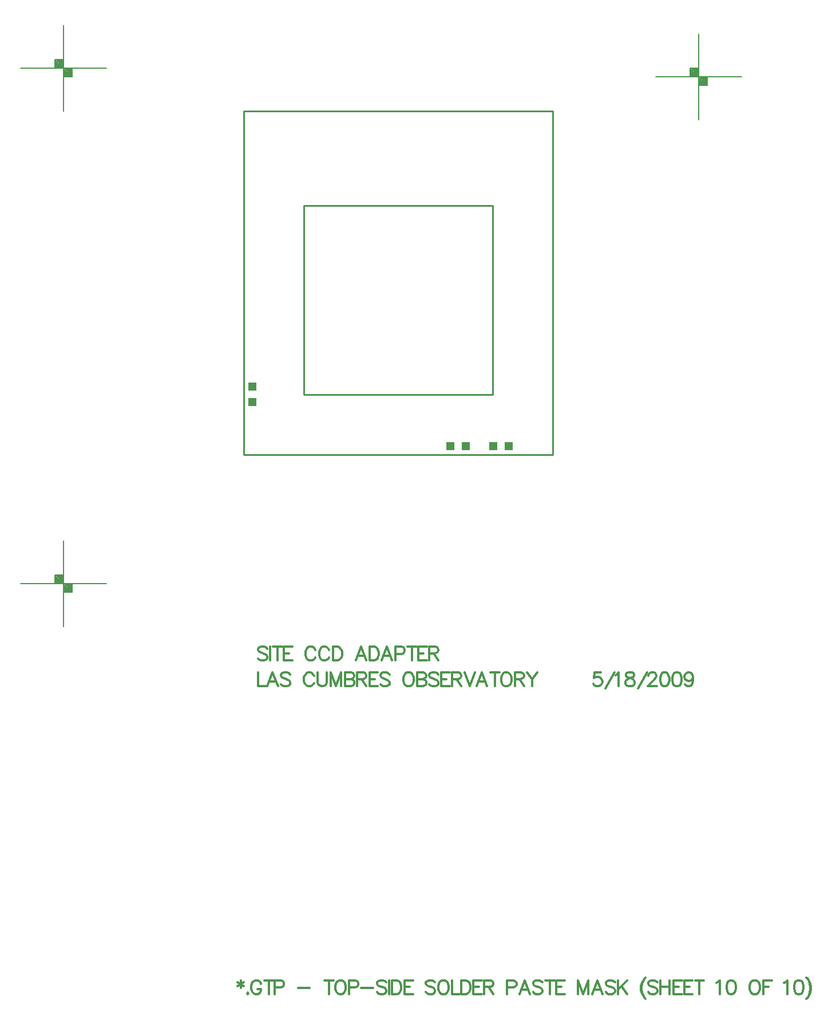
<source format=gtp>
%FSLAX23Y23*%
%MOIN*%
G70*
G01*
G75*
G04 Layer_Color=8421504*
%ADD10R,0.050X0.050*%
%ADD11R,0.050X0.050*%
%ADD12C,0.006*%
%ADD13C,0.012*%
%ADD14C,0.010*%
%ADD15C,0.008*%
%ADD16C,0.012*%
%ADD17C,0.012*%
%ADD18O,0.024X0.050*%
%ADD19C,0.075*%
%ADD20R,0.075X0.075*%
%ADD21C,0.050*%
%ADD22C,0.040*%
%ADD23C,0.054*%
G04:AMPARAMS|DCode=24|XSize=74mil|YSize=74mil|CornerRadius=0mil|HoleSize=0mil|Usage=FLASHONLY|Rotation=0.000|XOffset=0mil|YOffset=0mil|HoleType=Round|Shape=Relief|Width=10mil|Gap=10mil|Entries=4|*
%AMTHD24*
7,0,0,0.074,0.054,0.010,45*
%
%ADD24THD24*%
%ADD25C,0.086*%
G04:AMPARAMS|DCode=26|XSize=106mil|YSize=106mil|CornerRadius=0mil|HoleSize=0mil|Usage=FLASHONLY|Rotation=0.000|XOffset=0mil|YOffset=0mil|HoleType=Round|Shape=Relief|Width=10mil|Gap=10mil|Entries=4|*
%AMTHD26*
7,0,0,0.106,0.086,0.010,45*
%
%ADD26THD26*%
G04:AMPARAMS|DCode=27|XSize=85mil|YSize=85mil|CornerRadius=0mil|HoleSize=0mil|Usage=FLASHONLY|Rotation=0.000|XOffset=0mil|YOffset=0mil|HoleType=Round|Shape=Relief|Width=10mil|Gap=10mil|Entries=4|*
%AMTHD27*
7,0,0,0.085,0.065,0.010,45*
%
%ADD27THD27*%
%ADD28C,0.010*%
%ADD29C,0.015*%
%ADD30C,0.005*%
D10*
X13281Y11977D02*
D03*
Y12068D02*
D03*
D11*
X14686Y11722D02*
D03*
X14776D02*
D03*
X14436D02*
D03*
X14526D02*
D03*
D14*
X13231Y11672D02*
X14832D01*
X15031D01*
Y13672D01*
X13231D02*
X15031D01*
X13231Y11672D02*
Y13672D01*
X13582Y12023D02*
X14682D01*
Y13123D01*
X13582D02*
X14682D01*
X13582Y12023D02*
Y13123D01*
D15*
X11932Y13922D02*
X12432D01*
X12182Y13672D02*
Y14172D01*
X12231Y13873D02*
Y13922D01*
X12182Y13873D02*
X12231D01*
X12132Y13922D02*
Y13972D01*
X12182D01*
X12137Y13927D02*
X12177D01*
X12137D02*
Y13967D01*
X12177D01*
Y13927D02*
Y13967D01*
X12142Y13932D02*
X12172D01*
X12142D02*
Y13962D01*
X12172D01*
Y13938D02*
Y13962D01*
X12146Y13938D02*
X12167D01*
X12146D02*
Y13958D01*
X12167D01*
Y13943D02*
Y13958D01*
X12151Y13943D02*
X12161D01*
X12151D02*
Y13953D01*
X12161D01*
Y13943D02*
Y13953D01*
X12151Y13948D02*
X12161D01*
X12186Y13877D02*
X12226D01*
X12186D02*
Y13917D01*
X12226D01*
Y13877D02*
Y13917D01*
X12191Y13882D02*
X12222D01*
X12191D02*
Y13913D01*
X12222D01*
Y13887D02*
Y13913D01*
X12196Y13887D02*
X12217D01*
X12196D02*
Y13908D01*
X12217D01*
Y13892D02*
Y13908D01*
X12201Y13892D02*
X12212D01*
X12201D02*
Y13903D01*
X12212D01*
Y13892D02*
Y13903D01*
X12201Y13898D02*
X12212D01*
X11932Y10922D02*
X12432D01*
X12182Y10672D02*
Y11172D01*
X12231Y10873D02*
Y10922D01*
X12182Y10873D02*
X12231D01*
X12132Y10922D02*
Y10972D01*
X12182D01*
X12137Y10927D02*
X12177D01*
X12137D02*
Y10967D01*
X12177D01*
Y10927D02*
Y10967D01*
X12142Y10932D02*
X12172D01*
X12142D02*
Y10962D01*
X12172D01*
Y10938D02*
Y10962D01*
X12146Y10938D02*
X12167D01*
X12146D02*
Y10958D01*
X12167D01*
Y10943D02*
Y10958D01*
X12151Y10943D02*
X12161D01*
X12151D02*
Y10953D01*
X12161D01*
Y10943D02*
Y10953D01*
X12151Y10948D02*
X12161D01*
X12186Y10877D02*
X12226D01*
X12186D02*
Y10917D01*
X12226D01*
Y10877D02*
Y10917D01*
X12191Y10882D02*
X12222D01*
X12191D02*
Y10913D01*
X12222D01*
Y10887D02*
Y10913D01*
X12196Y10887D02*
X12217D01*
X12196D02*
Y10908D01*
X12217D01*
Y10892D02*
Y10908D01*
X12201Y10892D02*
X12212D01*
X12201D02*
Y10903D01*
X12212D01*
Y10892D02*
Y10903D01*
X12201Y10898D02*
X12212D01*
X15632Y13873D02*
X16132D01*
X15882Y13623D02*
Y14123D01*
X15932Y13823D02*
Y13873D01*
X15882Y13823D02*
X15932D01*
X15832Y13873D02*
Y13922D01*
X15882D01*
X15837Y13877D02*
X15877D01*
X15837D02*
Y13917D01*
X15877D01*
Y13877D02*
Y13917D01*
X15842Y13882D02*
X15872D01*
X15842D02*
Y13913D01*
X15872D01*
Y13887D02*
Y13913D01*
X15847Y13887D02*
X15866D01*
X15847D02*
Y13908D01*
X15866D01*
Y13892D02*
Y13908D01*
X15851Y13892D02*
X15861D01*
X15851D02*
Y13903D01*
X15861D01*
Y13892D02*
Y13903D01*
X15851Y13898D02*
X15861D01*
X15887Y13828D02*
X15927D01*
X15887D02*
Y13868D01*
X15927D01*
Y13828D02*
Y13868D01*
X15892Y13833D02*
X15922D01*
X15892D02*
Y13863D01*
X15922D01*
Y13837D02*
Y13863D01*
X15896Y13837D02*
X15917D01*
X15896D02*
Y13858D01*
X15917D01*
Y13842D02*
Y13858D01*
X15901Y13842D02*
X15911D01*
X15901D02*
Y13852D01*
X15911D01*
Y13842D02*
Y13852D01*
X15901Y13847D02*
X15911D01*
D16*
X13316Y10404D02*
Y10324D01*
X13361D01*
X13431D02*
X13400Y10404D01*
X13370Y10324D01*
X13381Y10351D02*
X13420D01*
X13503Y10393D02*
X13495Y10400D01*
X13484Y10404D01*
X13469D01*
X13457Y10400D01*
X13450Y10393D01*
Y10385D01*
X13453Y10377D01*
X13457Y10374D01*
X13465Y10370D01*
X13488Y10362D01*
X13495Y10358D01*
X13499Y10355D01*
X13503Y10347D01*
Y10335D01*
X13495Y10328D01*
X13484Y10324D01*
X13469D01*
X13457Y10328D01*
X13450Y10335D01*
X13641Y10385D02*
X13637Y10393D01*
X13629Y10400D01*
X13622Y10404D01*
X13607D01*
X13599Y10400D01*
X13591Y10393D01*
X13587Y10385D01*
X13584Y10374D01*
Y10355D01*
X13587Y10343D01*
X13591Y10335D01*
X13599Y10328D01*
X13607Y10324D01*
X13622D01*
X13629Y10328D01*
X13637Y10335D01*
X13641Y10343D01*
X13663Y10404D02*
Y10347D01*
X13667Y10335D01*
X13675Y10328D01*
X13686Y10324D01*
X13694D01*
X13705Y10328D01*
X13713Y10335D01*
X13717Y10347D01*
Y10404D01*
X13739D02*
Y10324D01*
Y10404D02*
X13769Y10324D01*
X13800Y10404D02*
X13769Y10324D01*
X13800Y10404D02*
Y10324D01*
X13822Y10404D02*
Y10324D01*
Y10404D02*
X13857D01*
X13868Y10400D01*
X13872Y10396D01*
X13876Y10389D01*
Y10381D01*
X13872Y10374D01*
X13868Y10370D01*
X13857Y10366D01*
X13822D02*
X13857D01*
X13868Y10362D01*
X13872Y10358D01*
X13876Y10351D01*
Y10339D01*
X13872Y10332D01*
X13868Y10328D01*
X13857Y10324D01*
X13822D01*
X13894Y10404D02*
Y10324D01*
Y10404D02*
X13928D01*
X13939Y10400D01*
X13943Y10396D01*
X13947Y10389D01*
Y10381D01*
X13943Y10374D01*
X13939Y10370D01*
X13928Y10366D01*
X13894D01*
X13920D02*
X13947Y10324D01*
X14014Y10404D02*
X13965D01*
Y10324D01*
X14014D01*
X13965Y10366D02*
X13995D01*
X14081Y10393D02*
X14073Y10400D01*
X14062Y10404D01*
X14047D01*
X14035Y10400D01*
X14028Y10393D01*
Y10385D01*
X14032Y10377D01*
X14035Y10374D01*
X14043Y10370D01*
X14066Y10362D01*
X14073Y10358D01*
X14077Y10355D01*
X14081Y10347D01*
Y10335D01*
X14073Y10328D01*
X14062Y10324D01*
X14047D01*
X14035Y10328D01*
X14028Y10335D01*
X14185Y10404D02*
X14177Y10400D01*
X14169Y10393D01*
X14166Y10385D01*
X14162Y10374D01*
Y10355D01*
X14166Y10343D01*
X14169Y10335D01*
X14177Y10328D01*
X14185Y10324D01*
X14200D01*
X14208Y10328D01*
X14215Y10335D01*
X14219Y10343D01*
X14223Y10355D01*
Y10374D01*
X14219Y10385D01*
X14215Y10393D01*
X14208Y10400D01*
X14200Y10404D01*
X14185D01*
X14241D02*
Y10324D01*
Y10404D02*
X14276D01*
X14287Y10400D01*
X14291Y10396D01*
X14295Y10389D01*
Y10381D01*
X14291Y10374D01*
X14287Y10370D01*
X14276Y10366D01*
X14241D02*
X14276D01*
X14287Y10362D01*
X14291Y10358D01*
X14295Y10351D01*
Y10339D01*
X14291Y10332D01*
X14287Y10328D01*
X14276Y10324D01*
X14241D01*
X14366Y10393D02*
X14358Y10400D01*
X14347Y10404D01*
X14332D01*
X14320Y10400D01*
X14313Y10393D01*
Y10385D01*
X14316Y10377D01*
X14320Y10374D01*
X14328Y10370D01*
X14351Y10362D01*
X14358Y10358D01*
X14362Y10355D01*
X14366Y10347D01*
Y10335D01*
X14358Y10328D01*
X14347Y10324D01*
X14332D01*
X14320Y10328D01*
X14313Y10335D01*
X14433Y10404D02*
X14384D01*
Y10324D01*
X14433D01*
X14384Y10366D02*
X14414D01*
X14447Y10404D02*
Y10324D01*
Y10404D02*
X14481D01*
X14492Y10400D01*
X14496Y10396D01*
X14500Y10389D01*
Y10381D01*
X14496Y10374D01*
X14492Y10370D01*
X14481Y10366D01*
X14447D01*
X14473D02*
X14500Y10324D01*
X14518Y10404D02*
X14548Y10324D01*
X14579Y10404D02*
X14548Y10324D01*
X14650D02*
X14620Y10404D01*
X14589Y10324D01*
X14601Y10351D02*
X14639D01*
X14695Y10404D02*
Y10324D01*
X14669Y10404D02*
X14722D01*
X14754D02*
X14747Y10400D01*
X14739Y10393D01*
X14735Y10385D01*
X14732Y10374D01*
Y10355D01*
X14735Y10343D01*
X14739Y10335D01*
X14747Y10328D01*
X14754Y10324D01*
X14770D01*
X14777Y10328D01*
X14785Y10335D01*
X14789Y10343D01*
X14793Y10355D01*
Y10374D01*
X14789Y10385D01*
X14785Y10393D01*
X14777Y10400D01*
X14770Y10404D01*
X14754D01*
X14811D02*
Y10324D01*
Y10404D02*
X14845D01*
X14857Y10400D01*
X14861Y10396D01*
X14865Y10389D01*
Y10381D01*
X14861Y10374D01*
X14857Y10370D01*
X14845Y10366D01*
X14811D01*
X14838D02*
X14865Y10324D01*
X14882Y10404D02*
X14913Y10366D01*
Y10324D01*
X14943Y10404D02*
X14913Y10366D01*
X15314Y10404D02*
X15275D01*
X15272Y10370D01*
X15275Y10374D01*
X15287Y10377D01*
X15298D01*
X15310Y10374D01*
X15317Y10366D01*
X15321Y10355D01*
Y10347D01*
X15317Y10335D01*
X15310Y10328D01*
X15298Y10324D01*
X15287D01*
X15275Y10328D01*
X15272Y10332D01*
X15268Y10339D01*
X15339Y10313D02*
X15392Y10404D01*
X15398Y10389D02*
X15405Y10393D01*
X15417Y10404D01*
Y10324D01*
X15475Y10404D02*
X15464Y10400D01*
X15460Y10393D01*
Y10385D01*
X15464Y10377D01*
X15472Y10374D01*
X15487Y10370D01*
X15498Y10366D01*
X15506Y10358D01*
X15510Y10351D01*
Y10339D01*
X15506Y10332D01*
X15502Y10328D01*
X15491Y10324D01*
X15475D01*
X15464Y10328D01*
X15460Y10332D01*
X15456Y10339D01*
Y10351D01*
X15460Y10358D01*
X15468Y10366D01*
X15479Y10370D01*
X15494Y10374D01*
X15502Y10377D01*
X15506Y10385D01*
Y10393D01*
X15502Y10400D01*
X15491Y10404D01*
X15475D01*
X15528Y10313D02*
X15581Y10404D01*
X15590Y10385D02*
Y10389D01*
X15594Y10396D01*
X15598Y10400D01*
X15605Y10404D01*
X15621D01*
X15628Y10400D01*
X15632Y10396D01*
X15636Y10389D01*
Y10381D01*
X15632Y10374D01*
X15624Y10362D01*
X15586Y10324D01*
X15640D01*
X15680Y10404D02*
X15669Y10400D01*
X15661Y10389D01*
X15658Y10370D01*
Y10358D01*
X15661Y10339D01*
X15669Y10328D01*
X15680Y10324D01*
X15688D01*
X15699Y10328D01*
X15707Y10339D01*
X15711Y10358D01*
Y10370D01*
X15707Y10389D01*
X15699Y10400D01*
X15688Y10404D01*
X15680D01*
X15752D02*
X15740Y10400D01*
X15733Y10389D01*
X15729Y10370D01*
Y10358D01*
X15733Y10339D01*
X15740Y10328D01*
X15752Y10324D01*
X15759D01*
X15771Y10328D01*
X15778Y10339D01*
X15782Y10358D01*
Y10370D01*
X15778Y10389D01*
X15771Y10400D01*
X15759Y10404D01*
X15752D01*
X15849Y10377D02*
X15846Y10366D01*
X15838Y10358D01*
X15827Y10355D01*
X15823D01*
X15811Y10358D01*
X15804Y10366D01*
X15800Y10377D01*
Y10381D01*
X15804Y10393D01*
X15811Y10400D01*
X15823Y10404D01*
X15827D01*
X15838Y10400D01*
X15846Y10393D01*
X15849Y10377D01*
Y10358D01*
X15846Y10339D01*
X15838Y10328D01*
X15827Y10324D01*
X15819D01*
X15808Y10328D01*
X15804Y10335D01*
D17*
X13215Y8612D02*
Y8567D01*
X13196Y8601D02*
X13234Y8578D01*
Y8601D02*
X13196Y8578D01*
X13255Y8540D02*
X13251Y8536D01*
X13255Y8532D01*
X13258Y8536D01*
X13255Y8540D01*
X13333Y8593D02*
X13329Y8601D01*
X13322Y8609D01*
X13314Y8612D01*
X13299D01*
X13291Y8609D01*
X13283Y8601D01*
X13280Y8593D01*
X13276Y8582D01*
Y8563D01*
X13280Y8551D01*
X13283Y8544D01*
X13291Y8536D01*
X13299Y8532D01*
X13314D01*
X13322Y8536D01*
X13329Y8544D01*
X13333Y8551D01*
Y8563D01*
X13314D02*
X13333D01*
X13378Y8612D02*
Y8532D01*
X13351Y8612D02*
X13405D01*
X13414Y8571D02*
X13448D01*
X13460Y8574D01*
X13464Y8578D01*
X13467Y8586D01*
Y8597D01*
X13464Y8605D01*
X13460Y8609D01*
X13448Y8612D01*
X13414D01*
Y8532D01*
X13548Y8567D02*
X13617D01*
X13730Y8612D02*
Y8532D01*
X13703Y8612D02*
X13757D01*
X13789D02*
X13781Y8609D01*
X13774Y8601D01*
X13770Y8593D01*
X13766Y8582D01*
Y8563D01*
X13770Y8551D01*
X13774Y8544D01*
X13781Y8536D01*
X13789Y8532D01*
X13804D01*
X13812Y8536D01*
X13819Y8544D01*
X13823Y8551D01*
X13827Y8563D01*
Y8582D01*
X13823Y8593D01*
X13819Y8601D01*
X13812Y8609D01*
X13804Y8612D01*
X13789D01*
X13846Y8571D02*
X13880D01*
X13891Y8574D01*
X13895Y8578D01*
X13899Y8586D01*
Y8597D01*
X13895Y8605D01*
X13891Y8609D01*
X13880Y8612D01*
X13846D01*
Y8532D01*
X13917Y8567D02*
X13985D01*
X14062Y8601D02*
X14055Y8609D01*
X14043Y8612D01*
X14028D01*
X14017Y8609D01*
X14009Y8601D01*
Y8593D01*
X14013Y8586D01*
X14017Y8582D01*
X14024Y8578D01*
X14047Y8571D01*
X14055Y8567D01*
X14059Y8563D01*
X14062Y8555D01*
Y8544D01*
X14055Y8536D01*
X14043Y8532D01*
X14028D01*
X14017Y8536D01*
X14009Y8544D01*
X14080Y8612D02*
Y8532D01*
X14097Y8612D02*
Y8532D01*
Y8612D02*
X14124D01*
X14135Y8609D01*
X14143Y8601D01*
X14147Y8593D01*
X14150Y8582D01*
Y8563D01*
X14147Y8551D01*
X14143Y8544D01*
X14135Y8536D01*
X14124Y8532D01*
X14097D01*
X14218Y8612D02*
X14168D01*
Y8532D01*
X14218D01*
X14168Y8574D02*
X14199D01*
X14347Y8601D02*
X14340Y8609D01*
X14328Y8612D01*
X14313D01*
X14302Y8609D01*
X14294Y8601D01*
Y8593D01*
X14298Y8586D01*
X14302Y8582D01*
X14309Y8578D01*
X14332Y8571D01*
X14340Y8567D01*
X14343Y8563D01*
X14347Y8555D01*
Y8544D01*
X14340Y8536D01*
X14328Y8532D01*
X14313D01*
X14302Y8536D01*
X14294Y8544D01*
X14388Y8612D02*
X14380Y8609D01*
X14373Y8601D01*
X14369Y8593D01*
X14365Y8582D01*
Y8563D01*
X14369Y8551D01*
X14373Y8544D01*
X14380Y8536D01*
X14388Y8532D01*
X14403D01*
X14411Y8536D01*
X14418Y8544D01*
X14422Y8551D01*
X14426Y8563D01*
Y8582D01*
X14422Y8593D01*
X14418Y8601D01*
X14411Y8609D01*
X14403Y8612D01*
X14388D01*
X14445D02*
Y8532D01*
X14490D01*
X14499Y8612D02*
Y8532D01*
Y8612D02*
X14526D01*
X14537Y8609D01*
X14545Y8601D01*
X14549Y8593D01*
X14553Y8582D01*
Y8563D01*
X14549Y8551D01*
X14545Y8544D01*
X14537Y8536D01*
X14526Y8532D01*
X14499D01*
X14620Y8612D02*
X14570D01*
Y8532D01*
X14620D01*
X14570Y8574D02*
X14601D01*
X14633Y8612D02*
Y8532D01*
Y8612D02*
X14668D01*
X14679Y8609D01*
X14683Y8605D01*
X14687Y8597D01*
Y8590D01*
X14683Y8582D01*
X14679Y8578D01*
X14668Y8574D01*
X14633D01*
X14660D02*
X14687Y8532D01*
X14767Y8571D02*
X14802D01*
X14813Y8574D01*
X14817Y8578D01*
X14821Y8586D01*
Y8597D01*
X14817Y8605D01*
X14813Y8609D01*
X14802Y8612D01*
X14767D01*
Y8532D01*
X14899D02*
X14869Y8612D01*
X14839Y8532D01*
X14850Y8559D02*
X14888D01*
X14971Y8601D02*
X14964Y8609D01*
X14952Y8612D01*
X14937D01*
X14926Y8609D01*
X14918Y8601D01*
Y8593D01*
X14922Y8586D01*
X14926Y8582D01*
X14933Y8578D01*
X14956Y8571D01*
X14964Y8567D01*
X14968Y8563D01*
X14971Y8555D01*
Y8544D01*
X14964Y8536D01*
X14952Y8532D01*
X14937D01*
X14926Y8536D01*
X14918Y8544D01*
X15016Y8612D02*
Y8532D01*
X14989Y8612D02*
X15043D01*
X15102D02*
X15052D01*
Y8532D01*
X15102D01*
X15052Y8574D02*
X15083D01*
X15178Y8612D02*
Y8532D01*
Y8612D02*
X15208Y8532D01*
X15239Y8612D02*
X15208Y8532D01*
X15239Y8612D02*
Y8532D01*
X15323D02*
X15292Y8612D01*
X15262Y8532D01*
X15273Y8559D02*
X15311D01*
X15395Y8601D02*
X15387Y8609D01*
X15376Y8612D01*
X15360D01*
X15349Y8609D01*
X15341Y8601D01*
Y8593D01*
X15345Y8586D01*
X15349Y8582D01*
X15357Y8578D01*
X15379Y8571D01*
X15387Y8567D01*
X15391Y8563D01*
X15395Y8555D01*
Y8544D01*
X15387Y8536D01*
X15376Y8532D01*
X15360D01*
X15349Y8536D01*
X15341Y8544D01*
X15413Y8612D02*
Y8532D01*
X15466Y8612D02*
X15413Y8559D01*
X15432Y8578D02*
X15466Y8532D01*
X15573Y8628D02*
X15566Y8620D01*
X15558Y8609D01*
X15550Y8593D01*
X15547Y8574D01*
Y8559D01*
X15550Y8540D01*
X15558Y8525D01*
X15566Y8513D01*
X15573Y8506D01*
X15566Y8620D02*
X15558Y8605D01*
X15554Y8593D01*
X15550Y8574D01*
Y8559D01*
X15554Y8540D01*
X15558Y8529D01*
X15566Y8513D01*
X15642Y8601D02*
X15634Y8609D01*
X15623Y8612D01*
X15608D01*
X15596Y8609D01*
X15588Y8601D01*
Y8593D01*
X15592Y8586D01*
X15596Y8582D01*
X15604Y8578D01*
X15627Y8571D01*
X15634Y8567D01*
X15638Y8563D01*
X15642Y8555D01*
Y8544D01*
X15634Y8536D01*
X15623Y8532D01*
X15608D01*
X15596Y8536D01*
X15588Y8544D01*
X15660Y8612D02*
Y8532D01*
X15713Y8612D02*
Y8532D01*
X15660Y8574D02*
X15713D01*
X15785Y8612D02*
X15735D01*
Y8532D01*
X15785D01*
X15735Y8574D02*
X15766D01*
X15847Y8612D02*
X15798D01*
Y8532D01*
X15847D01*
X15798Y8574D02*
X15828D01*
X15887Y8612D02*
Y8532D01*
X15861Y8612D02*
X15914D01*
X15986Y8597D02*
X15994Y8601D01*
X16006Y8612D01*
Y8532D01*
X16068Y8612D02*
X16057Y8609D01*
X16049Y8597D01*
X16045Y8578D01*
Y8567D01*
X16049Y8548D01*
X16057Y8536D01*
X16068Y8532D01*
X16076D01*
X16087Y8536D01*
X16095Y8548D01*
X16098Y8567D01*
Y8578D01*
X16095Y8597D01*
X16087Y8609D01*
X16076Y8612D01*
X16068D01*
X16202D02*
X16194Y8609D01*
X16187Y8601D01*
X16183Y8593D01*
X16179Y8582D01*
Y8563D01*
X16183Y8551D01*
X16187Y8544D01*
X16194Y8536D01*
X16202Y8532D01*
X16217D01*
X16225Y8536D01*
X16233Y8544D01*
X16236Y8551D01*
X16240Y8563D01*
Y8582D01*
X16236Y8593D01*
X16233Y8601D01*
X16225Y8609D01*
X16217Y8612D01*
X16202D01*
X16259D02*
Y8532D01*
Y8612D02*
X16308D01*
X16259Y8574D02*
X16289D01*
X16380Y8597D02*
X16388Y8601D01*
X16399Y8612D01*
Y8532D01*
X16462Y8612D02*
X16450Y8609D01*
X16443Y8597D01*
X16439Y8578D01*
Y8567D01*
X16443Y8548D01*
X16450Y8536D01*
X16462Y8532D01*
X16469D01*
X16481Y8536D01*
X16488Y8548D01*
X16492Y8567D01*
Y8578D01*
X16488Y8597D01*
X16481Y8609D01*
X16469Y8612D01*
X16462D01*
X16510Y8628D02*
X16518Y8620D01*
X16525Y8609D01*
X16533Y8593D01*
X16537Y8574D01*
Y8559D01*
X16533Y8540D01*
X16525Y8525D01*
X16518Y8513D01*
X16510Y8506D01*
X16518Y8620D02*
X16525Y8605D01*
X16529Y8593D01*
X16533Y8574D01*
Y8559D01*
X16529Y8540D01*
X16525Y8529D01*
X16518Y8513D01*
X13369Y10543D02*
X13361Y10550D01*
X13350Y10554D01*
X13335D01*
X13323Y10550D01*
X13316Y10543D01*
Y10535D01*
X13319Y10527D01*
X13323Y10524D01*
X13331Y10520D01*
X13354Y10512D01*
X13361Y10508D01*
X13365Y10505D01*
X13369Y10497D01*
Y10486D01*
X13361Y10478D01*
X13350Y10474D01*
X13335D01*
X13323Y10478D01*
X13316Y10486D01*
X13387Y10554D02*
Y10474D01*
X13430Y10554D02*
Y10474D01*
X13404Y10554D02*
X13457D01*
X13516D02*
X13466D01*
Y10474D01*
X13516D01*
X13466Y10516D02*
X13497D01*
X13649Y10535D02*
X13645Y10543D01*
X13638Y10550D01*
X13630Y10554D01*
X13615D01*
X13607Y10550D01*
X13600Y10543D01*
X13596Y10535D01*
X13592Y10524D01*
Y10505D01*
X13596Y10493D01*
X13600Y10486D01*
X13607Y10478D01*
X13615Y10474D01*
X13630D01*
X13638Y10478D01*
X13645Y10486D01*
X13649Y10493D01*
X13729Y10535D02*
X13725Y10543D01*
X13717Y10550D01*
X13710Y10554D01*
X13694D01*
X13687Y10550D01*
X13679Y10543D01*
X13675Y10535D01*
X13672Y10524D01*
Y10505D01*
X13675Y10493D01*
X13679Y10486D01*
X13687Y10478D01*
X13694Y10474D01*
X13710D01*
X13717Y10478D01*
X13725Y10486D01*
X13729Y10493D01*
X13751Y10554D02*
Y10474D01*
Y10554D02*
X13778D01*
X13789Y10550D01*
X13797Y10543D01*
X13801Y10535D01*
X13805Y10524D01*
Y10505D01*
X13801Y10493D01*
X13797Y10486D01*
X13789Y10478D01*
X13778Y10474D01*
X13751D01*
X13946D02*
X13916Y10554D01*
X13885Y10474D01*
X13897Y10501D02*
X13935D01*
X13965Y10554D02*
Y10474D01*
Y10554D02*
X13992D01*
X14003Y10550D01*
X14011Y10543D01*
X14014Y10535D01*
X14018Y10524D01*
Y10505D01*
X14014Y10493D01*
X14011Y10486D01*
X14003Y10478D01*
X13992Y10474D01*
X13965D01*
X14097D02*
X14067Y10554D01*
X14036Y10474D01*
X14048Y10501D02*
X14086D01*
X14116Y10512D02*
X14150D01*
X14161Y10516D01*
X14165Y10520D01*
X14169Y10527D01*
Y10539D01*
X14165Y10546D01*
X14161Y10550D01*
X14150Y10554D01*
X14116D01*
Y10474D01*
X14214Y10554D02*
Y10474D01*
X14187Y10554D02*
X14240D01*
X14299D02*
X14250D01*
Y10474D01*
X14299D01*
X14250Y10516D02*
X14280D01*
X14313Y10554D02*
Y10474D01*
Y10554D02*
X14347D01*
X14358Y10550D01*
X14362Y10546D01*
X14366Y10539D01*
Y10531D01*
X14362Y10524D01*
X14358Y10520D01*
X14347Y10516D01*
X14313D01*
X14339D02*
X14366Y10474D01*
M02*

</source>
